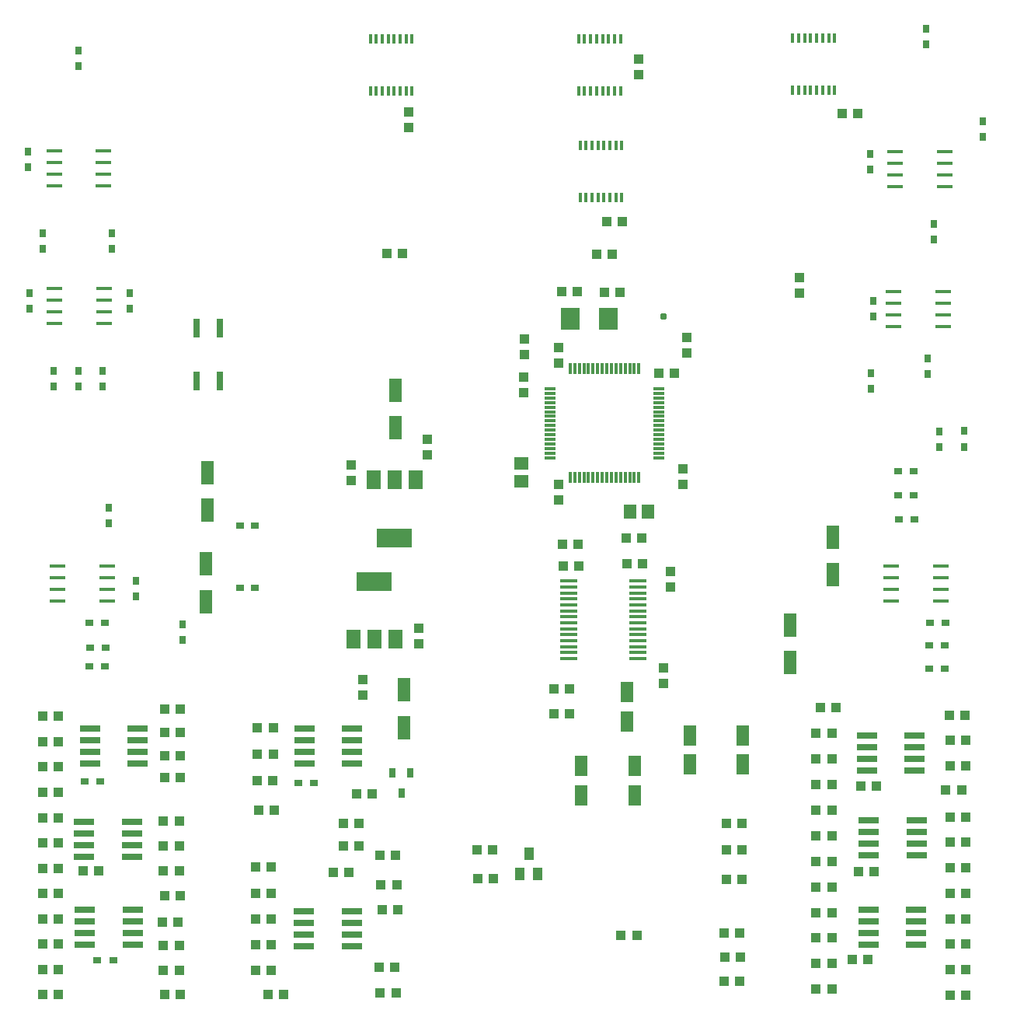
<source format=gtp>
G04 DipTrace 3.3.0.0*
G04 uElements22_02.GTP*
%MOIN*%
G04 #@! TF.FileFunction,Paste,Top*
G04 #@! TF.Part,Single*
%AMOUTLINE0*
4,1,4,
0.027559,-0.051181,
0.027559,0.051181,
-0.027559,0.051181,
-0.027559,-0.051181,
0.027559,-0.051181,
0*%
%AMOUTLINE1*
4,1,4,
-0.027559,0.051181,
-0.027559,-0.051181,
0.027559,-0.051181,
0.027559,0.051181,
-0.027559,0.051181,
0*%
%AMOUTLINE2*
4,1,4,
0.029528,-0.025591,
0.029528,0.025591,
-0.029528,0.025591,
-0.029528,-0.025591,
0.029528,-0.025591,
0*%
%AMOUTLINE3*
4,1,4,
-0.025591,-0.029528,
0.025591,-0.029528,
0.025591,0.029528,
-0.025591,0.029528,
-0.025591,-0.029528,
0*%
%AMOUTLINE4*
4,1,4,
-0.027559,0.043307,
-0.027559,-0.043307,
0.027559,-0.043307,
0.027559,0.043307,
-0.027559,0.043307,
0*%
%AMOUTLINE5*
4,1,4,
-0.01378,-0.019685,
0.01378,-0.019685,
0.01378,0.019685,
-0.01378,0.019685,
-0.01378,-0.019685,
0*%
%AMOUTLINE6*
4,1,4,
0.0295,0.0395,
-0.0295,0.0395,
-0.0295,-0.0395,
0.0295,-0.0395,
0.0295,0.0395,
0*%
%AMOUTLINE7*
4,1,4,
0.075,0.0395,
-0.075,0.0395,
-0.075,-0.0395,
0.075,-0.0395,
0.075,0.0395,
0*%
%AMOUTLINE8*
4,1,4,
-0.00689,-0.019685,
0.00689,-0.019685,
0.00689,0.019685,
-0.00689,0.019685,
-0.00689,-0.019685,
0*%
%AMOUTLINE9*
4,1,4,
0.00689,0.019685,
-0.00689,0.019685,
-0.00689,-0.019685,
0.00689,-0.019685,
0.00689,0.019685,
0*%
%AMOUTLINE10*
4,1,4,
-0.0295,-0.0395,
0.0295,-0.0395,
0.0295,0.0395,
-0.0295,0.0395,
-0.0295,-0.0395,
0*%
%AMOUTLINE11*
4,1,4,
-0.075,-0.0395,
0.075,-0.0395,
0.075,0.0395,
-0.075,0.0395,
-0.075,-0.0395,
0*%
%AMOUTLINE12*
4,1,4,
-0.043307,0.011811,
-0.043307,-0.011811,
0.043307,-0.011811,
0.043307,0.011811,
-0.043307,0.011811,
0*%
%AMOUTLINE13*
4,1,4,
-0.005906,-0.023622,
0.005906,-0.023622,
0.005906,0.023622,
-0.005906,0.023622,
-0.005906,-0.023622,
0*%
%AMOUTLINE14*
4,1,4,
0.023622,-0.005906,
0.023622,0.005906,
-0.023622,0.005906,
-0.023622,-0.005906,
0.023622,-0.005906,
0*%
%AMOUTLINE15*
4,1,4,
0.005906,0.023622,
-0.005906,0.023622,
-0.005906,-0.023622,
0.005906,-0.023622,
0.005906,0.023622,
0*%
%AMOUTLINE16*
4,1,4,
-0.023622,0.005906,
-0.023622,-0.005906,
0.023622,-0.005906,
0.023622,0.005906,
-0.023622,0.005906,
0*%
%AMOUTLINE17*
4,1,4,
0.0375,0.0075,
-0.0375,0.0075,
-0.0375,-0.0075,
0.0375,-0.0075,
0.0375,0.0075,
0*%
%AMOUTLINE26*
4,1,4,
0.016732,0.01378,
-0.016732,0.01378,
-0.016732,-0.01378,
0.016732,-0.01378,
0.016732,0.01378,
0*%
%AMOUTLINE28*
4,1,4,
0.019685,0.027559,
-0.019685,0.027559,
-0.019685,-0.027559,
0.019685,-0.027559,
0.019685,0.027559,
0*%
%AMOUTLINE30*
4,1,36,
-0.002605,0.014772,
-0.00513,0.014096,
-0.0075,0.012991,
-0.009642,0.011491,
-0.011491,0.009642,
-0.012991,0.0075,
-0.014096,0.00513,
-0.014772,0.002605,
-0.015,0.0,
-0.014772,-0.002605,
-0.014096,-0.00513,
-0.012991,-0.0075,
-0.011491,-0.009642,
-0.009642,-0.011491,
-0.0075,-0.012991,
-0.00513,-0.014096,
-0.002605,-0.014772,
0.0,-0.015,
0.002605,-0.014772,
0.00513,-0.014096,
0.0075,-0.012991,
0.009642,-0.011491,
0.011491,-0.009642,
0.012991,-0.0075,
0.014096,-0.00513,
0.014772,-0.002605,
0.015,0.0,
0.014772,0.002605,
0.014096,0.00513,
0.012991,0.0075,
0.011491,0.009642,
0.009642,0.011491,
0.0075,0.012991,
0.00513,0.014096,
0.002605,0.014772,
0.0,0.015,
-0.002605,0.014772,
0*%
%ADD32R,0.043307X0.03937*%
%ADD33R,0.03937X0.043307*%
%ADD42R,0.07874X0.094488*%
%ADD67R,0.07074X0.015622*%
%ADD83R,0.03137X0.078614*%
%ADD87R,0.03137X0.035307*%
%ADD89R,0.035307X0.03137*%
%ADD91OUTLINE0*%
%ADD92OUTLINE1*%
%ADD93OUTLINE2*%
%ADD94OUTLINE3*%
%ADD95OUTLINE4*%
%ADD96OUTLINE5*%
%ADD97OUTLINE6*%
%ADD98OUTLINE7*%
%ADD99OUTLINE8*%
%ADD100OUTLINE9*%
%ADD101OUTLINE10*%
%ADD102OUTLINE11*%
%ADD103OUTLINE12*%
%ADD104OUTLINE13*%
%ADD105OUTLINE14*%
%ADD106OUTLINE15*%
%ADD107OUTLINE16*%
%ADD108OUTLINE17*%
%ADD117OUTLINE26*%
%ADD119OUTLINE28*%
%ADD121OUTLINE30*%
%FSLAX26Y26*%
G04*
G70*
G90*
G75*
G01*
G04 TopPaste*
%LPD*%
D91*
X1317709Y2572419D3*
Y2733836D3*
D32*
X2025249Y1356500D3*
X1958320D3*
D91*
X1310131Y2180512D3*
Y2341929D3*
D33*
X2225249Y2000251D3*
Y2067180D3*
X1933577Y2699444D3*
Y2766373D3*
D32*
X3096756Y3810403D3*
X3029827D3*
D33*
X2262008Y2810215D3*
Y2877144D3*
X1985709Y1845101D3*
Y1778172D3*
D91*
X2125531Y2925227D3*
Y3086644D3*
D92*
X2160068Y1801928D3*
Y1640510D3*
D32*
X2903361Y3511178D3*
X2836432D3*
X3020274Y3508016D3*
X3087203D3*
X4111991Y1021615D3*
X4178920D3*
X4570104Y1475793D3*
X4503175D3*
X3929286Y1505906D3*
X3996215D3*
D33*
X2180029Y4279361D3*
Y4212432D3*
X2678614Y3238413D3*
Y3305343D3*
X2825530Y3203176D3*
Y3270105D3*
D32*
X1196215Y601344D3*
X1129286D3*
X610535Y603626D3*
X677465D3*
X3254038Y3159555D3*
X3320967D3*
D33*
X2675635Y3077583D3*
Y3144512D3*
D32*
X4084049Y648031D3*
X4150978D3*
X4570104Y603088D3*
X4503175D3*
X3929286Y738312D3*
X3996215D3*
X1532538Y1526109D3*
X1599467D3*
X4570104Y1039440D3*
X4503175D3*
X1196215Y1026344D3*
X1129286D3*
D33*
X3168113Y4441104D3*
Y4508033D3*
D32*
X3929286Y1067281D3*
X3996215D3*
D93*
X2665650Y2772895D3*
Y2698092D3*
D32*
X783496Y1025486D3*
X850425D3*
D33*
X2823703Y2684110D3*
Y2617181D3*
X3357567Y2749777D3*
Y2682848D3*
D94*
X3206379Y2568016D3*
X3131576D3*
D32*
X2842304Y2427501D3*
X2909234D3*
X4121490Y1390383D3*
X4188419D3*
X2844575Y2333780D3*
X2911504D3*
D33*
X3303083Y2243827D3*
Y2310756D3*
D95*
X3151972Y1475573D3*
Y1349589D3*
D32*
X610535Y1037709D3*
X677465D3*
X1202465Y1520126D3*
X1135535D3*
X1524407Y710598D3*
X1591336D3*
X1643543Y495959D3*
X1576614D3*
X1856962Y1018665D3*
X1923891D3*
X2803063Y1806592D3*
X2869992D3*
D33*
X3275899Y1897126D3*
Y1830197D3*
D32*
X2803063Y1700343D3*
X2869992D3*
X2133248Y859043D3*
X2066319D3*
X610535Y1471791D3*
X677465D3*
X4041290Y4272063D3*
X4108219D3*
D95*
X3118238Y1793593D3*
Y1667609D3*
X2921520Y1475202D3*
Y1349218D3*
D32*
X3543799Y1230598D3*
X3610728D3*
D95*
X3613587Y1607478D3*
Y1481493D3*
X3386664Y1607782D3*
Y1481798D3*
D32*
X3533370Y761318D3*
X3600299D3*
D89*
X790734Y1408209D3*
X857663D3*
X1708274Y1401626D3*
X1775203D3*
X845804Y641505D3*
X912734D3*
D92*
X4000249Y2456500D3*
Y2295083D3*
D91*
X3819000Y1919000D3*
Y2080417D3*
D83*
X1269978Y3127488D3*
X1369978D3*
Y3352291D3*
X1269978D3*
D96*
X2187420Y1445819D3*
X2112617D3*
X2150018Y1359205D3*
D97*
X1944000Y2019000D3*
X2034000D3*
X2124000D3*
D98*
X2033000Y2267000D3*
D99*
X3089521Y4592720D3*
X3063930D3*
X3038340D3*
X3012749D3*
X2987159D3*
X2961568D3*
X2935978D3*
X2910387D3*
D100*
Y4370280D3*
X2935978D3*
X2961568D3*
X2987159D3*
X3012749D3*
X3038340D3*
X3063930D3*
X3089521D3*
D101*
X2210110Y2702647D3*
X2120110D3*
X2030110D3*
D102*
X2121110Y2454647D3*
D99*
X2195772Y4592720D3*
X2170181D3*
X2144591D3*
X2119000D3*
X2093409D3*
X2067819D3*
X2042228D3*
X2016638D3*
D100*
Y4370280D3*
X2042228D3*
X2067819D3*
X2093409D3*
X2119000D3*
X2144591D3*
X2170181D3*
X2195772D3*
D103*
X1939147Y1485378D3*
Y1535378D3*
Y1585378D3*
Y1635378D3*
X1734423D3*
Y1585378D3*
Y1535378D3*
Y1485378D3*
X4352612Y1456257D3*
Y1506257D3*
Y1556257D3*
Y1606257D3*
X4147887D3*
Y1556257D3*
Y1506257D3*
Y1456257D3*
D99*
X4008272Y4595052D3*
X3982681D3*
X3957091D3*
X3931500D3*
X3905909D3*
X3880319D3*
X3854728D3*
X3829138D3*
D100*
Y4372612D3*
X3854728D3*
X3880319D3*
X3905909D3*
X3931500D3*
X3957091D3*
X3982681D3*
X4008272D3*
D103*
X4358936Y709521D3*
Y759521D3*
Y809521D3*
Y859521D3*
X4154211D3*
Y809521D3*
Y759521D3*
Y709521D3*
D104*
X3169000Y3179168D3*
X3149315D3*
X3129630D3*
X3109945D3*
X3090260D3*
X3070575D3*
X3050890D3*
X3031205D3*
X3011520D3*
X2991835D3*
X2972150D3*
X2952465D3*
X2932780D3*
X2913094D3*
X2893409D3*
X2873724D3*
D105*
X2788646Y3093089D3*
Y3073404D3*
Y3053719D3*
Y3034034D3*
Y3014349D3*
Y2994664D3*
Y2974979D3*
Y2955294D3*
Y2935609D3*
Y2915924D3*
Y2896239D3*
Y2876554D3*
Y2856869D3*
Y2837184D3*
Y2817499D3*
Y2797814D3*
D106*
X2873724Y2713735D3*
X2893409D3*
X2913094D3*
X2932780D3*
X2952465D3*
X2972150D3*
X2991835D3*
X3011520D3*
X3031205D3*
X3050890D3*
X3070575D3*
X3090260D3*
X3109945D3*
X3129630D3*
X3149315D3*
X3169000D3*
D107*
X3255079Y2797814D3*
Y2817499D3*
Y2837184D3*
Y2856869D3*
Y2876554D3*
Y2896239D3*
Y2915924D3*
Y2935609D3*
Y2955294D3*
Y2974979D3*
Y2994664D3*
Y3014349D3*
Y3034034D3*
Y3053719D3*
Y3073404D3*
Y3093089D3*
D99*
X3095772Y4136471D3*
X3070181D3*
X3044591D3*
X3019000D3*
X2993409D3*
X2967819D3*
X2942228D3*
X2916638D3*
D100*
Y3914030D3*
X2942228D3*
X2967819D3*
X2993409D3*
X3019000D3*
X3044591D3*
X3070181D3*
X3095772D3*
D108*
X2869000Y2269000D3*
Y2243409D3*
Y2217819D3*
Y2192228D3*
Y2166638D3*
Y2141047D3*
Y2115457D3*
Y2089866D3*
Y2064276D3*
Y2038685D3*
Y2013094D3*
Y1987504D3*
Y1961913D3*
Y1936323D3*
X3164449D3*
Y1961913D3*
Y1987504D3*
Y2013094D3*
Y2038685D3*
Y2064276D3*
Y2089866D3*
Y2115457D3*
Y2141047D3*
Y2166638D3*
Y2192228D3*
Y2217819D3*
Y2243409D3*
Y2269000D3*
D103*
X996362Y708160D3*
Y758160D3*
Y808160D3*
Y858160D3*
X791638D3*
Y808160D3*
Y758160D3*
Y708160D3*
X1937289Y702159D3*
Y752159D3*
Y802159D3*
Y852159D3*
X1732564D3*
Y802159D3*
Y752159D3*
Y702159D3*
X4360381Y1094651D3*
Y1144651D3*
Y1194651D3*
Y1244651D3*
X4155656D3*
Y1194651D3*
Y1144651D3*
Y1094651D3*
X994000Y1085555D3*
Y1135555D3*
Y1185555D3*
Y1235555D3*
X789276D3*
Y1185555D3*
Y1135555D3*
Y1085555D3*
X1019000Y1485555D3*
Y1535555D3*
Y1585555D3*
Y1635555D3*
X814276D3*
Y1585555D3*
Y1535555D3*
Y1485555D3*
D117*
X1458932Y2506867D3*
X1521924D3*
X1459323Y2238241D3*
X1522315D3*
D42*
X2875875Y3393644D3*
X3036151D3*
D119*
X2658726Y1013524D3*
X2696127Y1100138D3*
X2733529Y1013524D3*
D32*
X1900824Y1134194D3*
X1967753D3*
X1900280Y1229327D3*
X1967209D3*
X3092566Y749202D3*
X3159495D3*
X4503175Y1584881D3*
X4570104D3*
X3996215Y1615562D3*
X3929286D3*
X4568577Y1693969D3*
X4501648D3*
X4552936Y1372428D3*
X4486007D3*
X3929286Y1396249D3*
X3996215D3*
X3948037Y1725218D3*
X4014966D3*
X1129286Y707583D3*
X1196215D3*
X677465Y712146D3*
X610535D3*
X1189966Y807572D3*
X1123037D3*
X1202465Y495105D3*
X1135535D3*
X610535D3*
X677465D3*
X610535Y820667D3*
X677465D3*
X4503175Y712176D3*
X4570104D3*
X3996215Y628656D3*
X3929286D3*
X1129286Y1132583D3*
X1196215D3*
X1537043Y1287199D3*
X1603972D3*
X1531150Y1413080D3*
X1598079D3*
X4570104Y930352D3*
X4503175D3*
X4570104Y1257617D3*
X4503175D3*
X1599467Y1638609D3*
X1532538D3*
X4503175Y1148529D3*
X4570104D3*
Y494000D3*
X4503175D3*
X4570104Y821264D3*
X4503175D3*
X3929286Y847969D3*
X3996215D3*
X3929286Y519000D3*
X3996215D3*
X3929286Y1286593D3*
X3996215D3*
X3929286Y957625D3*
X3996215D3*
X1202465Y920105D3*
X1135535D3*
X1196215Y1238822D3*
X1129286D3*
X2153437Y3672949D3*
X2086508D3*
D33*
X3856500Y3502071D3*
Y3569000D3*
D32*
X3996215Y1176937D3*
X3929286D3*
X3055423Y3669350D3*
X2988493D3*
X677465Y1146228D3*
X610535D3*
X1135535Y1620115D3*
X1202465D3*
D33*
X3375249Y3312751D3*
Y3245822D3*
D32*
X1591336Y820365D3*
X1524407D3*
X3115408Y2454277D3*
X3182337D3*
X3118108Y2343870D3*
X3185037D3*
X610535Y1254749D3*
X677465D3*
X610535Y929188D3*
X677465D3*
X1202465Y1426386D3*
X1135535D3*
X1202465Y1720105D3*
X1135535D3*
X1524407Y930131D3*
X1591336D3*
X1522694Y1043127D3*
X1589623D3*
X2541673Y1117419D3*
X2474744D3*
X2477756Y992022D3*
X2544685D3*
X2129375Y964954D3*
X2062446D3*
X2124619Y1093034D3*
X2057690D3*
X610535Y1363270D3*
X677465D3*
X610535Y1688832D3*
X677465D3*
X2054375Y612220D3*
X2121304D3*
X677465Y1580311D3*
X610535D3*
X3610430Y1115161D3*
X3543501D3*
X3543799Y988832D3*
X3610728D3*
X3535589Y552871D3*
X3602518D3*
X3604736Y655079D3*
X3537807D3*
X1524407Y600831D3*
X1591336D3*
X2126034Y501963D3*
X2059105D3*
D87*
X4434995Y3800298D3*
Y3733369D3*
X4173056Y3470546D3*
Y3403617D3*
X4164911Y3092832D3*
Y3159761D3*
D89*
X4416785Y2089965D3*
X4483714D3*
X4481500Y1994000D3*
X4414571D3*
X4481500Y1894000D3*
X4414571D3*
X4349696Y2532929D3*
X4282766D3*
X4281049Y2634967D3*
X4347978D3*
X4279558Y2740350D3*
X4346487D3*
D87*
X4408177Y3222619D3*
Y3155690D3*
X4458354Y2843185D3*
Y2910114D3*
X4563144Y2844516D3*
Y2911445D3*
D89*
X810504Y2088207D3*
X877433D3*
X881474Y1984588D3*
X814545D3*
X878720Y1903470D3*
X811791D3*
D87*
X894075Y2581786D3*
Y2514857D3*
X1012169Y2268396D3*
Y2201467D3*
X1210185Y2015853D3*
Y2082782D3*
X984322Y3435824D3*
Y3502753D3*
X762749Y3104286D3*
Y3171215D3*
X869000Y3104286D3*
Y3171215D3*
X908259Y3759673D3*
Y3692744D3*
X553597Y3502995D3*
Y3436066D3*
X656500Y3104286D3*
Y3171215D3*
X762749Y4544000D3*
Y4477071D3*
X546613Y4109207D3*
Y4042278D3*
X609609Y3692409D3*
Y3759339D3*
X4401669Y4570824D3*
Y4637753D3*
X4160121Y4100278D3*
Y4033349D3*
X4644293Y4172034D3*
Y4238963D3*
D121*
X3273996Y3403951D3*
D67*
X4250251Y2331500D3*
Y2281500D3*
Y2231500D3*
Y2181500D3*
X4462849D3*
Y2231500D3*
Y2281500D3*
Y2331500D3*
X4262475Y3510862D3*
Y3460862D3*
Y3410862D3*
Y3360862D3*
X4475073D3*
Y3410862D3*
Y3460862D3*
Y3510862D3*
X674248Y2333909D3*
Y2283909D3*
Y2233909D3*
Y2183909D3*
X886846D3*
Y2233909D3*
Y2283909D3*
Y2333909D3*
X662035Y3523055D3*
Y3473055D3*
Y3423055D3*
Y3373055D3*
X874634D3*
Y3423055D3*
Y3473055D3*
Y3523055D3*
X659568Y4112902D3*
Y4062902D3*
Y4012902D3*
Y3962902D3*
X872167D3*
Y4012902D3*
Y4062902D3*
Y4112902D3*
X4267738Y4109017D3*
Y4059017D3*
Y4009017D3*
Y3959017D3*
X4480336D3*
Y4009017D3*
Y4059017D3*
Y4109017D3*
M02*

</source>
